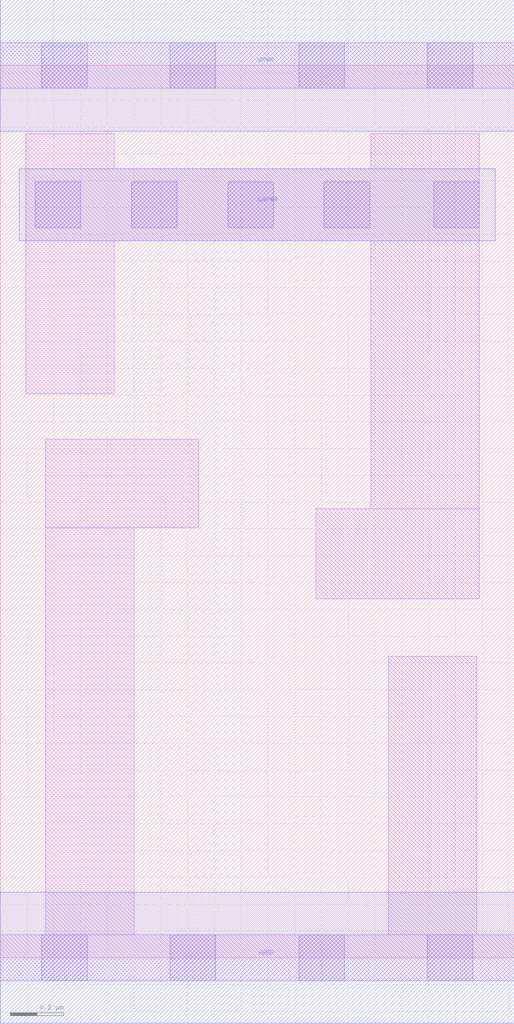
<source format=lef>
# Copyright 2020 The SkyWater PDK Authors
#
# Licensed under the Apache License, Version 2.0 (the "License");
# you may not use this file except in compliance with the License.
# You may obtain a copy of the License at
#
#     https://www.apache.org/licenses/LICENSE-2.0
#
# Unless required by applicable law or agreed to in writing, software
# distributed under the License is distributed on an "AS IS" BASIS,
# WITHOUT WARRANTIES OR CONDITIONS OF ANY KIND, either express or implied.
# See the License for the specific language governing permissions and
# limitations under the License.
#
# SPDX-License-Identifier: Apache-2.0

VERSION 5.7 ;
  NAMESCASESENSITIVE ON ;
  NOWIREEXTENSIONATPIN ON ;
  DIVIDERCHAR "/" ;
  BUSBITCHARS "[]" ;
UNITS
  DATABASE MICRONS 200 ;
END UNITS
MACRO sky130_fd_sc_lp__decapkapwr_4
  CLASS CORE SPACER ;
  FOREIGN sky130_fd_sc_lp__decapkapwr_4 ;
  ORIGIN  0.000000  0.000000 ;
  SIZE  1.920000 BY  3.330000 ;
  SYMMETRY X Y R90 ;
  SITE unit ;
  PIN KAPWR
    DIRECTION INOUT ;
    USE POWER ;
    PORT
      LAYER met1 ;
        RECT 0.070000 2.675000 1.850000 2.945000 ;
    END
  END KAPWR
  PIN VGND
    DIRECTION INOUT ;
    USE GROUND ;
    PORT
      LAYER met1 ;
        RECT 0.000000 -0.245000 1.920000 0.245000 ;
    END
  END VGND
  PIN VPWR
    DIRECTION INOUT ;
    USE POWER ;
    PORT
      LAYER met1 ;
        RECT 0.000000 3.085000 1.920000 3.575000 ;
    END
  END VPWR
  OBS
    LAYER li1 ;
      RECT 0.000000 -0.085000 1.920000 0.085000 ;
      RECT 0.000000  3.245000 1.920000 3.415000 ;
      RECT 0.095000  2.105000 0.425000 2.675000 ;
      RECT 0.095000  2.675000 1.790000 2.945000 ;
      RECT 0.095000  2.945000 0.425000 3.075000 ;
      RECT 0.170000  0.085000 0.500000 1.605000 ;
      RECT 0.170000  1.605000 0.740000 1.935000 ;
      RECT 1.180000  1.340000 1.790000 1.675000 ;
      RECT 1.385000  1.675000 1.790000 2.675000 ;
      RECT 1.385000  2.945000 1.790000 3.075000 ;
      RECT 1.450000  0.085000 1.780000 1.125000 ;
    LAYER mcon ;
      RECT 0.130000  2.725000 0.300000 2.895000 ;
      RECT 0.155000 -0.085000 0.325000 0.085000 ;
      RECT 0.155000  3.245000 0.325000 3.415000 ;
      RECT 0.490000  2.725000 0.660000 2.895000 ;
      RECT 0.635000 -0.085000 0.805000 0.085000 ;
      RECT 0.635000  3.245000 0.805000 3.415000 ;
      RECT 0.850000  2.725000 1.020000 2.895000 ;
      RECT 1.115000 -0.085000 1.285000 0.085000 ;
      RECT 1.115000  3.245000 1.285000 3.415000 ;
      RECT 1.210000  2.725000 1.380000 2.895000 ;
      RECT 1.595000 -0.085000 1.765000 0.085000 ;
      RECT 1.595000  3.245000 1.765000 3.415000 ;
      RECT 1.620000  2.725000 1.790000 2.895000 ;
  END
END sky130_fd_sc_lp__decapkapwr_4
END LIBRARY

</source>
